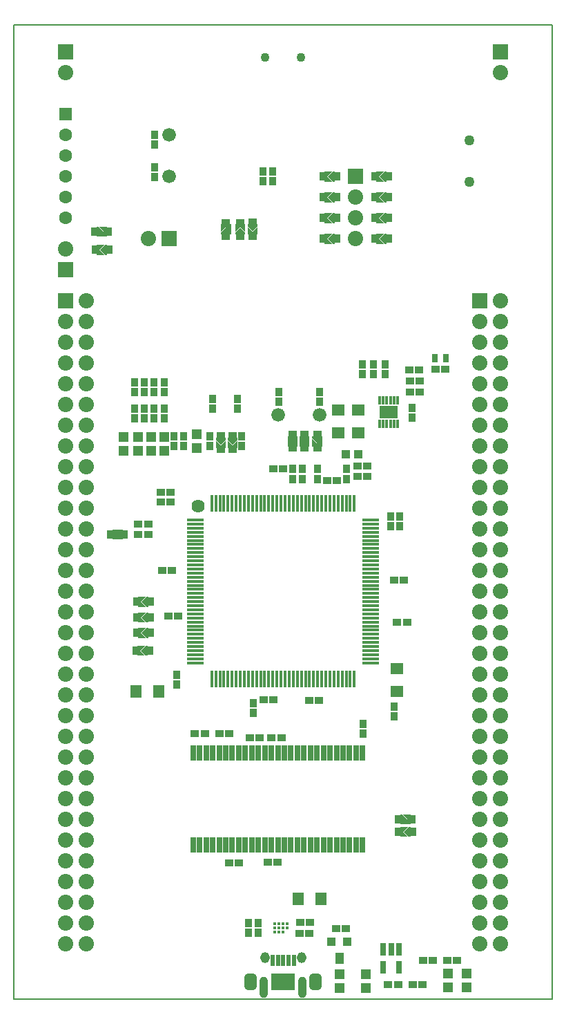
<source format=gbs>
G04 Layer_Color=16711935*
%FSLAX43Y43*%
%MOMM*%
G71*
G01*
G75*
%ADD41C,0.127*%
%ADD78R,0.862X1.040*%
%ADD79R,1.040X0.862*%
%ADD81R,1.624X1.370*%
%ADD83R,1.116X0.913*%
%ADD84R,1.300X1.200*%
%ADD101C,1.878*%
%ADD102R,1.878X1.878*%
%ADD103R,1.878X1.878*%
%ADD104C,1.675*%
%ADD105R,1.600X1.600*%
%ADD106C,1.600*%
%ADD107C,1.268*%
%ADD108C,1.100*%
%ADD109O,1.050X2.625*%
G04:AMPARAMS|DCode=110|XSize=2mm|YSize=1.475mm|CornerRadius=0.394mm|HoleSize=0mm|Usage=FLASHONLY|Rotation=270.000|XOffset=0mm|YOffset=0mm|HoleType=Round|Shape=RoundedRectangle|*
%AMROUNDEDRECTD110*
21,1,2.000,0.688,0,0,270.0*
21,1,1.212,1.475,0,0,270.0*
1,1,0.787,-0.344,-0.606*
1,1,0.787,-0.344,0.606*
1,1,0.787,0.344,0.606*
1,1,0.787,0.344,-0.606*
%
%ADD110ROUNDEDRECTD110*%
%ADD111O,1.150X1.350*%
%ADD112R,0.913X1.116*%
%ADD113R,1.370X1.624*%
%ADD114R,0.989X1.116*%
%ADD115R,0.740X0.990*%
%ADD116C,0.420*%
%ADD117R,0.350X1.050*%
%ADD118R,2.300X1.500*%
%ADD119R,1.014X1.014*%
%ADD120R,1.014X1.370*%
%ADD121R,0.650X1.550*%
%ADD122C,1.624*%
%ADD123R,2.100X0.430*%
%ADD124R,0.430X2.100*%
%ADD125R,0.700X1.950*%
%ADD126R,3.000X2.000*%
%ADD127R,0.500X1.450*%
G36*
X26010Y68481D02*
X25400Y67871D01*
X24790Y68481D01*
Y68735D01*
X26010D01*
Y68481D01*
D02*
G37*
G36*
X27410D02*
X26800Y67871D01*
X26190Y68481D01*
Y68735D01*
X27410D01*
Y68481D01*
D02*
G37*
G36*
X34810Y67665D02*
X33590D01*
Y68630D01*
X34200Y68021D01*
X34810Y68630D01*
Y67665D01*
D02*
G37*
G36*
X13315Y56905D02*
Y56295D01*
X12350D01*
X12959Y56905D01*
X12350Y57515D01*
X13315D01*
Y56905D01*
D02*
G37*
G36*
X26010Y67465D02*
X24790D01*
Y68430D01*
X25400Y67821D01*
X26010Y68430D01*
Y67465D01*
D02*
G37*
G36*
X27410D02*
X26190D01*
Y68430D01*
X26800Y67821D01*
X27410Y68430D01*
Y67465D01*
D02*
G37*
G36*
X36210Y68681D02*
X35600Y68071D01*
X34990Y68681D01*
Y68935D01*
X36210D01*
Y68681D01*
D02*
G37*
G36*
X37810D02*
X37200Y68071D01*
X36590Y68681D01*
Y68935D01*
X37810D01*
Y68681D01*
D02*
G37*
G36*
X10471Y91750D02*
X11080Y91140D01*
X10115D01*
Y91750D01*
Y92360D01*
X11080D01*
X10471Y91750D01*
D02*
G37*
G36*
X36210Y67665D02*
X34990D01*
Y68630D01*
X35600Y68021D01*
X36210Y68630D01*
Y67665D01*
D02*
G37*
G36*
X37810D02*
X36590D01*
Y68630D01*
X37200Y68021D01*
X37810Y68630D01*
Y67665D01*
D02*
G37*
G36*
X34810Y68681D02*
X34200Y68071D01*
X33590Y68681D01*
Y68935D01*
X34810D01*
Y68681D01*
D02*
G37*
G36*
X12909Y56905D02*
X12299Y56295D01*
X12045D01*
Y57515D01*
X12299D01*
X12909Y56905D01*
D02*
G37*
G36*
X48635Y22000D02*
Y21390D01*
X47670D01*
X48279Y22000D01*
X47670Y22610D01*
X48635D01*
Y22000D01*
D02*
G37*
G36*
X15471Y42670D02*
X16080Y42060D01*
X15115D01*
Y42670D01*
Y43280D01*
X16080D01*
X15471Y42670D01*
D02*
G37*
G36*
X16385Y42060D02*
X16131D01*
X15521Y42670D01*
X16131Y43280D01*
X16385D01*
Y42060D01*
D02*
G37*
G36*
X47721Y20500D02*
X48330Y19890D01*
X47365D01*
Y20500D01*
Y21110D01*
X48330D01*
X47721Y20500D01*
D02*
G37*
G36*
X48635Y19890D02*
X48381D01*
X47771Y20500D01*
X48381Y21110D01*
X48635D01*
Y19890D01*
D02*
G37*
G36*
X48229Y22000D02*
X47619Y21390D01*
X47365D01*
Y22610D01*
X47619D01*
X48229Y22000D01*
D02*
G37*
G36*
X16490Y46135D02*
X16236D01*
X15626Y46745D01*
X16236Y47355D01*
X16490D01*
Y46135D01*
D02*
G37*
G36*
X15576Y48650D02*
X16185Y48040D01*
X15220D01*
Y48650D01*
Y49260D01*
X16185D01*
X15576Y48650D01*
D02*
G37*
G36*
X16490Y48040D02*
X16236D01*
X15626Y48650D01*
X16236Y49260D01*
X16490D01*
Y48040D01*
D02*
G37*
G36*
X15576Y44840D02*
X16185Y44230D01*
X15220D01*
Y44840D01*
Y45450D01*
X16185D01*
X15576Y44840D01*
D02*
G37*
G36*
X16490Y44230D02*
X16236D01*
X15626Y44840D01*
X16236Y45450D01*
X16490D01*
Y44230D01*
D02*
G37*
G36*
X15576Y46745D02*
X16185Y46135D01*
X15220D01*
Y46745D01*
Y47355D01*
X16185D01*
X15576Y46745D01*
D02*
G37*
G36*
X45700Y95030D02*
X45446D01*
X44836Y95640D01*
X45446Y96250D01*
X45700D01*
Y95030D01*
D02*
G37*
G36*
X38436Y98180D02*
X39045Y97570D01*
X38080D01*
Y98180D01*
Y98790D01*
X39045D01*
X38436Y98180D01*
D02*
G37*
G36*
X39350Y97570D02*
X39096D01*
X38486Y98180D01*
X39096Y98790D01*
X39350D01*
Y97570D01*
D02*
G37*
G36*
X38436Y95640D02*
X39045Y95030D01*
X38080D01*
Y95640D01*
Y96250D01*
X39045D01*
X38436Y95640D01*
D02*
G37*
G36*
X39350Y95030D02*
X39096D01*
X38486Y95640D01*
X39096Y96250D01*
X39350D01*
Y95030D01*
D02*
G37*
G36*
X44786Y95640D02*
X45395Y95030D01*
X44430D01*
Y95640D01*
Y96250D01*
X45395D01*
X44786Y95640D01*
D02*
G37*
G36*
X39350Y100110D02*
X39096D01*
X38486Y100720D01*
X39096Y101330D01*
X39350D01*
Y100110D01*
D02*
G37*
G36*
X44786Y100720D02*
X45395Y100110D01*
X44430D01*
Y100720D01*
Y101330D01*
X45395D01*
X44786Y100720D01*
D02*
G37*
G36*
X45700Y100110D02*
X45446D01*
X44836Y100720D01*
X45446Y101330D01*
X45700D01*
Y100110D01*
D02*
G37*
G36*
X44786Y98180D02*
X45395Y97570D01*
X44430D01*
Y98180D01*
Y98790D01*
X45395D01*
X44786Y98180D01*
D02*
G37*
G36*
X45700Y97570D02*
X45446D01*
X44836Y98180D01*
X45446Y98790D01*
X45700D01*
Y97570D01*
D02*
G37*
G36*
X38436Y100720D02*
X39045Y100110D01*
X38080D01*
Y100720D01*
Y101330D01*
X39045D01*
X38436Y100720D01*
D02*
G37*
G36*
X29860Y94631D02*
X29250Y94021D01*
X28640Y94631D01*
Y94885D01*
X29860D01*
Y94631D01*
D02*
G37*
G36*
X44786Y93100D02*
X45395Y92490D01*
X44430D01*
Y93100D01*
Y93710D01*
X45395D01*
X44786Y93100D01*
D02*
G37*
G36*
X45700Y92490D02*
X45446D01*
X44836Y93100D01*
X45446Y93710D01*
X45700D01*
Y92490D01*
D02*
G37*
G36*
X10979Y94000D02*
X10369Y93390D01*
X10115D01*
Y94610D01*
X10369D01*
X10979Y94000D01*
D02*
G37*
G36*
X11385Y91140D02*
X11131D01*
X10521Y91750D01*
X11131Y92360D01*
X11385D01*
Y91140D01*
D02*
G37*
G36*
X38436Y93100D02*
X39045Y92490D01*
X38080D01*
Y93100D01*
Y93710D01*
X39045D01*
X38436Y93100D01*
D02*
G37*
G36*
X39350Y92490D02*
X39096D01*
X38486Y93100D01*
X39096Y93710D01*
X39350D01*
Y92490D01*
D02*
G37*
G36*
X26610Y93920D02*
X26000Y94529D01*
X25390Y93920D01*
Y94885D01*
X26610D01*
Y93920D01*
D02*
G37*
G36*
X28360D02*
X27750Y94529D01*
X27140Y93920D01*
Y94885D01*
X28360D01*
Y93920D01*
D02*
G37*
G36*
X29860Y93615D02*
X28640D01*
Y94580D01*
X29250Y93971D01*
X29860Y94580D01*
Y93615D01*
D02*
G37*
G36*
X11385Y94000D02*
Y93390D01*
X10420D01*
X11029Y94000D01*
X10420Y94610D01*
X11385D01*
Y94000D01*
D02*
G37*
G36*
X26610Y93869D02*
Y93615D01*
X25390D01*
Y93869D01*
X26000Y94479D01*
X26610Y93869D01*
D02*
G37*
G36*
X28360D02*
Y93615D01*
X27140D01*
Y93869D01*
X27750Y94479D01*
X28360Y93869D01*
D02*
G37*
D41*
X0Y0D02*
X66000D01*
Y119300D01*
X0D02*
X66000D01*
X0Y0D02*
Y119300D01*
D78*
X40800Y64900D02*
D03*
Y63700D02*
D03*
X45500Y76500D02*
D03*
Y77700D02*
D03*
X24000Y67700D02*
D03*
Y68900D02*
D03*
X20800Y67700D02*
D03*
Y68900D02*
D03*
X47287Y59092D02*
D03*
Y57893D02*
D03*
X32500Y74350D02*
D03*
Y73150D02*
D03*
X16000Y74300D02*
D03*
Y75500D02*
D03*
X27920Y67735D02*
D03*
Y68935D02*
D03*
X29960Y9350D02*
D03*
Y8150D02*
D03*
X19600Y67700D02*
D03*
Y68900D02*
D03*
X48797Y72400D02*
D03*
Y71200D02*
D03*
X18400Y74300D02*
D03*
Y75500D02*
D03*
X34200Y63700D02*
D03*
Y64900D02*
D03*
X24400Y73500D02*
D03*
Y72300D02*
D03*
X28750Y9350D02*
D03*
Y8150D02*
D03*
X37500Y74350D02*
D03*
Y73150D02*
D03*
X31730Y101320D02*
D03*
Y100120D02*
D03*
X14800Y74300D02*
D03*
Y75500D02*
D03*
X18400Y71100D02*
D03*
Y72300D02*
D03*
X19983Y39725D02*
D03*
Y38525D02*
D03*
X46176Y57893D02*
D03*
Y59092D02*
D03*
X46600Y35800D02*
D03*
Y34600D02*
D03*
X17250Y101850D02*
D03*
Y100650D02*
D03*
X44110Y76500D02*
D03*
Y77700D02*
D03*
X17250Y104650D02*
D03*
Y105850D02*
D03*
X17200Y74300D02*
D03*
Y75500D02*
D03*
X42842Y32493D02*
D03*
Y33693D02*
D03*
X14800Y71100D02*
D03*
Y72300D02*
D03*
X30500Y100150D02*
D03*
Y101350D02*
D03*
X27400Y73500D02*
D03*
Y72300D02*
D03*
X42760Y76500D02*
D03*
Y77700D02*
D03*
X17200Y71100D02*
D03*
Y72300D02*
D03*
X16000Y71100D02*
D03*
Y72300D02*
D03*
X29349Y36232D02*
D03*
Y35033D02*
D03*
X35400Y63700D02*
D03*
Y64900D02*
D03*
X37200Y63700D02*
D03*
Y64900D02*
D03*
D79*
X50100Y1750D02*
D03*
X48900D02*
D03*
X49685Y77060D02*
D03*
X48485D02*
D03*
X19200Y62100D02*
D03*
X18000D02*
D03*
X30600Y36700D02*
D03*
X31800D02*
D03*
X49800Y74300D02*
D03*
X48600D02*
D03*
X15255Y56905D02*
D03*
X16455D02*
D03*
X19200Y60900D02*
D03*
X18000D02*
D03*
X38400Y63500D02*
D03*
X39600D02*
D03*
X25200Y32500D02*
D03*
X26400D02*
D03*
X53150Y4750D02*
D03*
X54350D02*
D03*
X23400Y32500D02*
D03*
X22200D02*
D03*
X49800Y75700D02*
D03*
X48600D02*
D03*
X36209Y8050D02*
D03*
X35009D02*
D03*
X52900Y77100D02*
D03*
X51700D02*
D03*
X47100Y1750D02*
D03*
X45900D02*
D03*
X43350Y64000D02*
D03*
X42150D02*
D03*
X15255Y58175D02*
D03*
X16455D02*
D03*
X26400Y16700D02*
D03*
X27600D02*
D03*
X47005Y46110D02*
D03*
X48205D02*
D03*
X43350Y65250D02*
D03*
X42150D02*
D03*
X19400Y52500D02*
D03*
X18200D02*
D03*
X39493Y8633D02*
D03*
X40693D02*
D03*
X51350Y4750D02*
D03*
X50150D02*
D03*
X20106Y46904D02*
D03*
X18906D02*
D03*
X31130Y16741D02*
D03*
X32330D02*
D03*
X36210Y36585D02*
D03*
X37410D02*
D03*
X28900Y32000D02*
D03*
X30100D02*
D03*
X46600Y51300D02*
D03*
X47800D02*
D03*
X36275Y9385D02*
D03*
X35075D02*
D03*
X31597Y32000D02*
D03*
X32797D02*
D03*
X33000Y64900D02*
D03*
X31800D02*
D03*
D81*
X47000Y40497D02*
D03*
Y37703D02*
D03*
X39750Y69353D02*
D03*
Y72147D02*
D03*
X42250Y69353D02*
D03*
Y72147D02*
D03*
D83*
X25400Y68989D02*
D03*
Y67274D02*
D03*
X26800D02*
D03*
Y68989D02*
D03*
X27750Y95076D02*
D03*
Y93361D02*
D03*
X29250Y95139D02*
D03*
Y93424D02*
D03*
X34200Y69189D02*
D03*
Y67475D02*
D03*
X35600Y69189D02*
D03*
Y67475D02*
D03*
X37200Y69189D02*
D03*
Y67475D02*
D03*
X26000Y95076D02*
D03*
Y93361D02*
D03*
D84*
X18395Y68868D02*
D03*
Y67167D02*
D03*
X15220Y68868D02*
D03*
Y67167D02*
D03*
X53250Y3100D02*
D03*
Y1400D02*
D03*
X16808Y68868D02*
D03*
Y67167D02*
D03*
X39900Y3050D02*
D03*
Y1350D02*
D03*
X13474Y68868D02*
D03*
Y67167D02*
D03*
X55500Y1400D02*
D03*
Y3100D02*
D03*
X22400Y67450D02*
D03*
Y69150D02*
D03*
X43175Y1340D02*
D03*
Y3040D02*
D03*
D101*
X16490Y93100D02*
D03*
X6330Y91830D02*
D03*
X8870Y6740D02*
D03*
X6330D02*
D03*
X8870Y9280D02*
D03*
X6330D02*
D03*
X8870Y11820D02*
D03*
X6330D02*
D03*
X8870Y14360D02*
D03*
X6330D02*
D03*
X8870Y16900D02*
D03*
X6330D02*
D03*
X8870Y19440D02*
D03*
X6330D02*
D03*
X8870Y21980D02*
D03*
X6330D02*
D03*
X8870Y24520D02*
D03*
X6330D02*
D03*
X8870Y27060D02*
D03*
X6330D02*
D03*
X8870Y29600D02*
D03*
X6330D02*
D03*
X8870Y32140D02*
D03*
X6330D02*
D03*
X8870Y34680D02*
D03*
X6330D02*
D03*
X8870Y37220D02*
D03*
X6330D02*
D03*
X8870Y39760D02*
D03*
X6330D02*
D03*
X8870Y42300D02*
D03*
X6330D02*
D03*
X8870Y44840D02*
D03*
X6330D02*
D03*
X8870Y47380D02*
D03*
X6330D02*
D03*
X8870Y49920D02*
D03*
X6330D02*
D03*
X8870Y52460D02*
D03*
X6330D02*
D03*
X8870Y55000D02*
D03*
X6330D02*
D03*
X8870Y57540D02*
D03*
X6330D02*
D03*
X8870Y60080D02*
D03*
X6330D02*
D03*
X8870Y62620D02*
D03*
X6330D02*
D03*
X8870Y65160D02*
D03*
X6330D02*
D03*
X8870Y67700D02*
D03*
X6330D02*
D03*
X8870Y70240D02*
D03*
X6330D02*
D03*
X8870Y72780D02*
D03*
X6330D02*
D03*
X8870Y75320D02*
D03*
X6330D02*
D03*
X8870Y77860D02*
D03*
X6330D02*
D03*
X8870Y80400D02*
D03*
X6330D02*
D03*
X8870Y82940D02*
D03*
X6330D02*
D03*
X8870Y85480D02*
D03*
X6330Y113420D02*
D03*
X59670Y6740D02*
D03*
X57130D02*
D03*
X59670Y9280D02*
D03*
X57130D02*
D03*
X59670Y11820D02*
D03*
X57130D02*
D03*
X59670Y14360D02*
D03*
X57130D02*
D03*
X59670Y16900D02*
D03*
X57130D02*
D03*
X59670Y19440D02*
D03*
X57130D02*
D03*
X59670Y21980D02*
D03*
X57130D02*
D03*
X59670Y24520D02*
D03*
X57130D02*
D03*
X59670Y27060D02*
D03*
X57130D02*
D03*
X59670Y29600D02*
D03*
X57130D02*
D03*
X59670Y32140D02*
D03*
X57130D02*
D03*
X59670Y34680D02*
D03*
X57130D02*
D03*
X59670Y37220D02*
D03*
X57130D02*
D03*
X59670Y39760D02*
D03*
X57130D02*
D03*
X59670Y42300D02*
D03*
X57130D02*
D03*
X59670Y44840D02*
D03*
X57130D02*
D03*
X59670Y47380D02*
D03*
X57130D02*
D03*
X59670Y49920D02*
D03*
X57130D02*
D03*
X59670Y52460D02*
D03*
X57130D02*
D03*
X59670Y55000D02*
D03*
X57130D02*
D03*
X59670Y57540D02*
D03*
X57130D02*
D03*
X59670Y60080D02*
D03*
X57130D02*
D03*
X59670Y62620D02*
D03*
X57130D02*
D03*
X59670Y65160D02*
D03*
X57130D02*
D03*
X59670Y67700D02*
D03*
X57130D02*
D03*
X59670Y70240D02*
D03*
X57130D02*
D03*
X59670Y72780D02*
D03*
X57130D02*
D03*
X59670Y75320D02*
D03*
X57130D02*
D03*
X59670Y77860D02*
D03*
X57130D02*
D03*
X59670Y80400D02*
D03*
X57130D02*
D03*
X59670Y82940D02*
D03*
X57130D02*
D03*
X59670Y85480D02*
D03*
X41890Y93100D02*
D03*
Y95640D02*
D03*
Y98180D02*
D03*
X59670Y113420D02*
D03*
D102*
X19030Y93100D02*
D03*
D103*
X6330Y89290D02*
D03*
Y85480D02*
D03*
Y115960D02*
D03*
X57130Y85480D02*
D03*
X41890Y100720D02*
D03*
X59670Y115960D02*
D03*
D104*
X19035Y105791D02*
D03*
Y100711D02*
D03*
X32429Y71505D02*
D03*
X37509D02*
D03*
D105*
X6330Y108340D02*
D03*
D106*
Y105800D02*
D03*
Y103260D02*
D03*
Y100720D02*
D03*
Y98180D02*
D03*
Y95640D02*
D03*
D107*
X55860Y100085D02*
D03*
Y105165D02*
D03*
D108*
X35194Y115325D02*
D03*
X30800D02*
D03*
D109*
X35395Y1435D02*
D03*
X30645D02*
D03*
D110*
X37007Y2085D02*
D03*
X29032D02*
D03*
D111*
X30795Y5085D02*
D03*
X35245D02*
D03*
D112*
X48826Y22000D02*
D03*
X47111D02*
D03*
X39604Y93100D02*
D03*
X37889D02*
D03*
X16744Y46745D02*
D03*
X15030D02*
D03*
X44239Y93100D02*
D03*
X45954D02*
D03*
X39604Y100720D02*
D03*
X37889D02*
D03*
X9861Y94000D02*
D03*
X11575D02*
D03*
X37889Y98180D02*
D03*
X39604D02*
D03*
X15030Y44840D02*
D03*
X16744D02*
D03*
X45954Y95640D02*
D03*
X44239D02*
D03*
X14925Y42670D02*
D03*
X16639D02*
D03*
X9925Y91750D02*
D03*
X11639D02*
D03*
X45954Y98180D02*
D03*
X44239D02*
D03*
X15030Y48650D02*
D03*
X16744D02*
D03*
X13505Y56905D02*
D03*
X11791D02*
D03*
X48889Y20500D02*
D03*
X47174D02*
D03*
X45954Y100720D02*
D03*
X44239D02*
D03*
X39604Y95640D02*
D03*
X37889D02*
D03*
D113*
X17797Y37700D02*
D03*
X15003D02*
D03*
X34853Y12250D02*
D03*
X37647D02*
D03*
D114*
X42262Y66750D02*
D03*
X40738D02*
D03*
D115*
X51604Y78500D02*
D03*
X53004D02*
D03*
D116*
X32000Y9250D02*
D03*
Y8750D02*
D03*
Y8250D02*
D03*
X32500Y9250D02*
D03*
Y8750D02*
D03*
Y8250D02*
D03*
X33000Y9250D02*
D03*
Y8750D02*
D03*
Y8250D02*
D03*
X33500Y9250D02*
D03*
Y8750D02*
D03*
D117*
X47075Y73325D02*
D03*
X46625D02*
D03*
X46175D02*
D03*
X45725D02*
D03*
X45275D02*
D03*
X44825D02*
D03*
Y70475D02*
D03*
X45275D02*
D03*
X45725D02*
D03*
X46175D02*
D03*
X46625D02*
D03*
X47075D02*
D03*
D118*
X45950Y71900D02*
D03*
D119*
X38947Y7016D02*
D03*
X40853D02*
D03*
D120*
X39913Y4984D02*
D03*
D121*
X45300Y3925D02*
D03*
X47200D02*
D03*
Y6075D02*
D03*
X46250D02*
D03*
X45300D02*
D03*
D122*
X22568Y60352D02*
D03*
D123*
X22250Y58670D02*
D03*
Y58170D02*
D03*
Y57670D02*
D03*
Y57170D02*
D03*
Y56670D02*
D03*
Y56170D02*
D03*
Y55670D02*
D03*
Y55170D02*
D03*
Y54670D02*
D03*
Y54170D02*
D03*
Y53670D02*
D03*
Y53170D02*
D03*
Y52670D02*
D03*
Y52170D02*
D03*
Y51670D02*
D03*
Y51170D02*
D03*
Y50670D02*
D03*
Y50170D02*
D03*
Y49670D02*
D03*
Y49170D02*
D03*
Y48670D02*
D03*
Y48170D02*
D03*
Y47670D02*
D03*
Y47170D02*
D03*
Y46670D02*
D03*
Y46170D02*
D03*
Y45670D02*
D03*
Y45170D02*
D03*
Y44670D02*
D03*
Y44170D02*
D03*
Y43670D02*
D03*
Y43170D02*
D03*
Y42670D02*
D03*
Y42170D02*
D03*
Y41670D02*
D03*
Y41170D02*
D03*
X43750D02*
D03*
Y41670D02*
D03*
Y42170D02*
D03*
Y42670D02*
D03*
Y43170D02*
D03*
Y43670D02*
D03*
Y44170D02*
D03*
Y44670D02*
D03*
Y45170D02*
D03*
Y45670D02*
D03*
Y46170D02*
D03*
Y46670D02*
D03*
Y47170D02*
D03*
Y47670D02*
D03*
Y48170D02*
D03*
Y48670D02*
D03*
Y49170D02*
D03*
Y49670D02*
D03*
Y50170D02*
D03*
Y50670D02*
D03*
Y51170D02*
D03*
Y51670D02*
D03*
Y52170D02*
D03*
Y52670D02*
D03*
Y53170D02*
D03*
Y53670D02*
D03*
Y54170D02*
D03*
Y54670D02*
D03*
Y55170D02*
D03*
Y55670D02*
D03*
Y56170D02*
D03*
Y56670D02*
D03*
Y57170D02*
D03*
Y57670D02*
D03*
Y58170D02*
D03*
Y58670D02*
D03*
D124*
X24250Y39170D02*
D03*
X24750D02*
D03*
X25250D02*
D03*
X25750D02*
D03*
X26250D02*
D03*
X26750D02*
D03*
X27250D02*
D03*
X27750D02*
D03*
X28250D02*
D03*
X28750D02*
D03*
X29250D02*
D03*
X29750D02*
D03*
X30250D02*
D03*
X30750D02*
D03*
X31250D02*
D03*
X31750D02*
D03*
X32250D02*
D03*
X32750D02*
D03*
X33250D02*
D03*
X33750D02*
D03*
X34250D02*
D03*
X34750D02*
D03*
X35250D02*
D03*
X35750D02*
D03*
X36250D02*
D03*
X36750D02*
D03*
X37250D02*
D03*
X37750D02*
D03*
X38250D02*
D03*
X38750D02*
D03*
X39250D02*
D03*
X39750D02*
D03*
X40250D02*
D03*
X40750D02*
D03*
X41250D02*
D03*
X41750D02*
D03*
Y60670D02*
D03*
X41250D02*
D03*
X40750D02*
D03*
X40250D02*
D03*
X39750D02*
D03*
X39250D02*
D03*
X38750D02*
D03*
X38250D02*
D03*
X37750D02*
D03*
X37250D02*
D03*
X36750D02*
D03*
X36250D02*
D03*
X35750D02*
D03*
X35250D02*
D03*
X34750D02*
D03*
X34250D02*
D03*
X33750D02*
D03*
X33250D02*
D03*
X32750D02*
D03*
X32250D02*
D03*
X31750D02*
D03*
X31250D02*
D03*
X30750D02*
D03*
X30250D02*
D03*
X29750D02*
D03*
X29250D02*
D03*
X28750D02*
D03*
X28250D02*
D03*
X27750D02*
D03*
X27250D02*
D03*
X26750D02*
D03*
X26250D02*
D03*
X25750D02*
D03*
X25250D02*
D03*
X24750D02*
D03*
X24250D02*
D03*
D125*
X21965Y18870D02*
D03*
X22765D02*
D03*
X23565D02*
D03*
X24365D02*
D03*
X25165D02*
D03*
X25965D02*
D03*
X26765D02*
D03*
X27565D02*
D03*
X28365D02*
D03*
X29165D02*
D03*
X29965D02*
D03*
X30765D02*
D03*
X31565D02*
D03*
X32365D02*
D03*
X33165D02*
D03*
X33965D02*
D03*
X34765D02*
D03*
X35565D02*
D03*
X36365D02*
D03*
X37165D02*
D03*
X37965D02*
D03*
X38765D02*
D03*
X39565D02*
D03*
X40365D02*
D03*
X41165D02*
D03*
X41965D02*
D03*
X42765D02*
D03*
Y30170D02*
D03*
X41965D02*
D03*
X41165D02*
D03*
X40365D02*
D03*
X39565D02*
D03*
X38765D02*
D03*
X37965D02*
D03*
X37165D02*
D03*
X36365D02*
D03*
X35565D02*
D03*
X34765D02*
D03*
X33965D02*
D03*
X33165D02*
D03*
X32365D02*
D03*
X31565D02*
D03*
X30765D02*
D03*
X29965D02*
D03*
X29165D02*
D03*
X28365D02*
D03*
X27565D02*
D03*
X26765D02*
D03*
X25965D02*
D03*
X25165D02*
D03*
X24365D02*
D03*
X23565D02*
D03*
X22765D02*
D03*
X21965D02*
D03*
D126*
X33020Y2085D02*
D03*
D127*
X34320Y4760D02*
D03*
X33670D02*
D03*
X33020D02*
D03*
X32370D02*
D03*
X31720D02*
D03*
M02*

</source>
